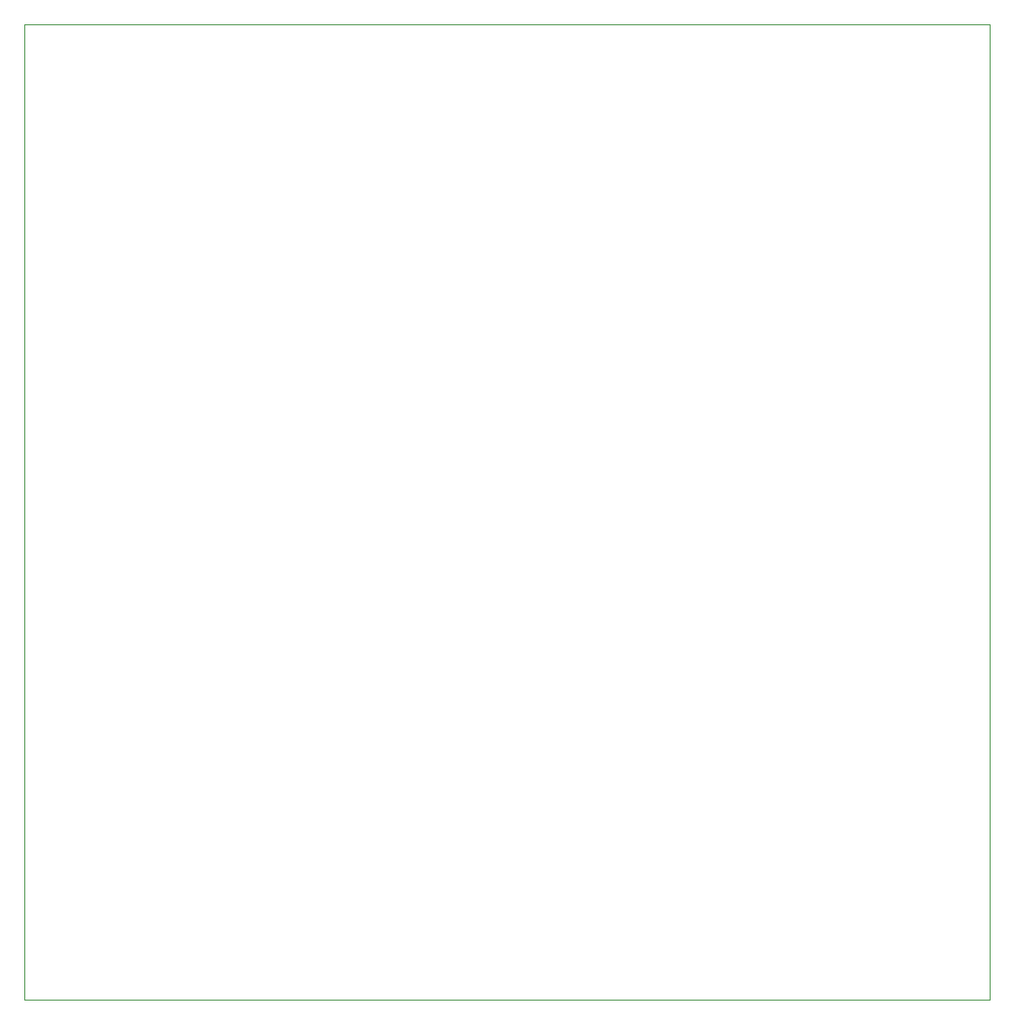
<source format=gbr>
G04 #@! TF.GenerationSoftware,KiCad,Pcbnew,8.0.6-8.0.6-0~ubuntu24.10.1*
G04 #@! TF.CreationDate,2024-10-17T08:48:07-07:00*
G04 #@! TF.ProjectId,kim1breakout,6b696d31-6272-4656-916b-6f75742e6b69,1.3*
G04 #@! TF.SameCoordinates,Original*
G04 #@! TF.FileFunction,Profile,NP*
%FSLAX46Y46*%
G04 Gerber Fmt 4.6, Leading zero omitted, Abs format (unit mm)*
G04 Created by KiCad (PCBNEW 8.0.6-8.0.6-0~ubuntu24.10.1) date 2024-10-17 08:48:07*
%MOMM*%
%LPD*%
G01*
G04 APERTURE LIST*
G04 #@! TA.AperFunction,Profile*
%ADD10C,0.050000*%
G04 #@! TD*
G04 APERTURE END LIST*
D10*
X100100000Y-53700000D02*
X190800000Y-53700000D01*
X190800000Y-145300000D01*
X100100000Y-145300000D01*
X100100000Y-53700000D01*
M02*

</source>
